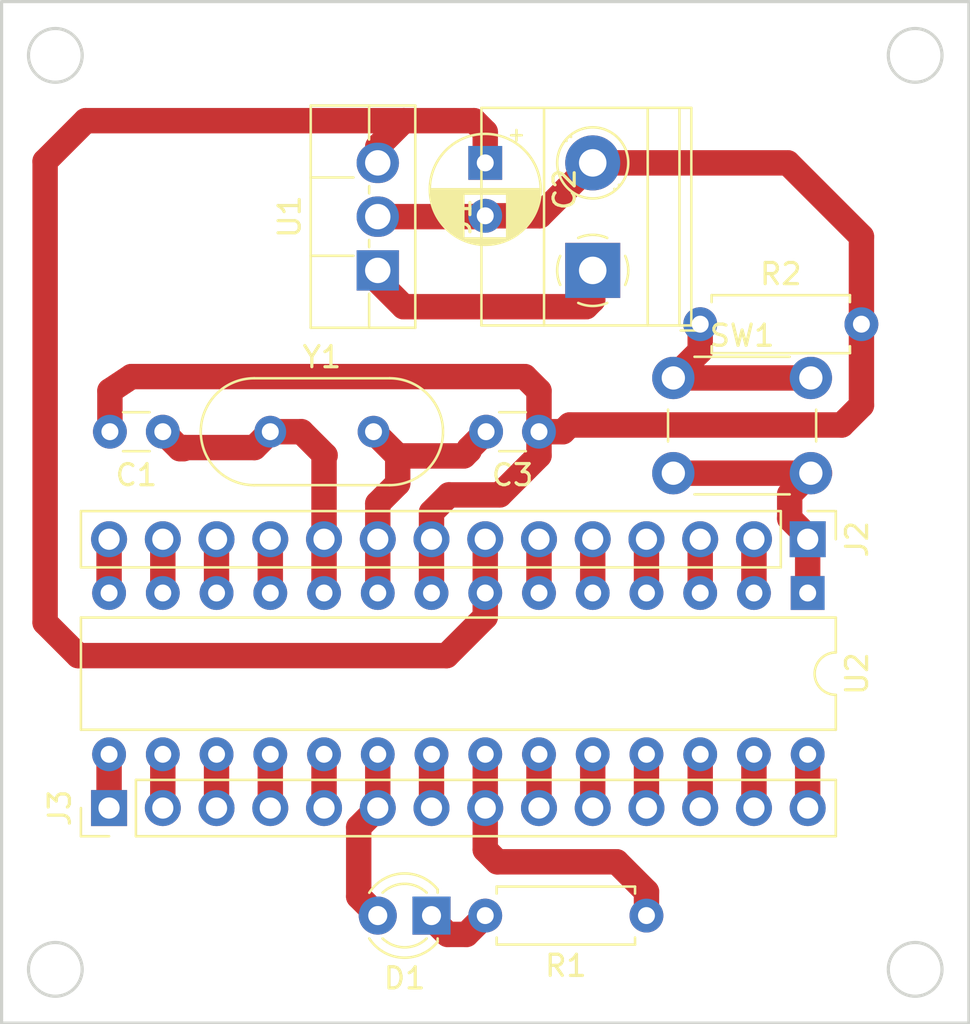
<source format=kicad_pcb>
(kicad_pcb (version 20171130) (host pcbnew 5.1.4+dfsg1-1)

  (general
    (thickness 1.6)
    (drawings 8)
    (tracks 106)
    (zones 0)
    (modules 13)
    (nets 31)
  )

  (page A4)
  (layers
    (0 F.Cu signal)
    (31 B.Cu signal)
    (32 B.Adhes user)
    (33 F.Adhes user)
    (34 B.Paste user)
    (35 F.Paste user)
    (36 B.SilkS user)
    (37 F.SilkS user)
    (38 B.Mask user)
    (39 F.Mask user)
    (40 Dwgs.User user)
    (41 Cmts.User user)
    (42 Eco1.User user)
    (43 Eco2.User user)
    (44 Edge.Cuts user)
    (45 Margin user)
    (46 B.CrtYd user)
    (47 F.CrtYd user)
    (48 B.Fab user)
    (49 F.Fab user)
  )

  (setup
    (last_trace_width 1.2)
    (user_trace_width 1.2)
    (trace_clearance 0.2)
    (zone_clearance 0.508)
    (zone_45_only no)
    (trace_min 0.2)
    (via_size 0.8)
    (via_drill 0.4)
    (via_min_size 0.4)
    (via_min_drill 0.3)
    (uvia_size 0.3)
    (uvia_drill 0.1)
    (uvias_allowed no)
    (uvia_min_size 0.2)
    (uvia_min_drill 0.1)
    (edge_width 0.15)
    (segment_width 0.2)
    (pcb_text_width 0.3)
    (pcb_text_size 1.5 1.5)
    (mod_edge_width 0.15)
    (mod_text_size 1 1)
    (mod_text_width 0.15)
    (pad_size 1.524 1.524)
    (pad_drill 0.762)
    (pad_to_mask_clearance 0.051)
    (solder_mask_min_width 0.25)
    (aux_axis_origin 0 0)
    (visible_elements FFFFFF7F)
    (pcbplotparams
      (layerselection 0x010fc_ffffffff)
      (usegerberextensions false)
      (usegerberattributes false)
      (usegerberadvancedattributes false)
      (creategerberjobfile false)
      (excludeedgelayer true)
      (linewidth 0.100000)
      (plotframeref false)
      (viasonmask false)
      (mode 1)
      (useauxorigin false)
      (hpglpennumber 1)
      (hpglpenspeed 20)
      (hpglpendiameter 15.000000)
      (psnegative false)
      (psa4output false)
      (plotreference true)
      (plotvalue true)
      (plotinvisibletext false)
      (padsonsilk false)
      (subtractmaskfromsilk false)
      (outputformat 1)
      (mirror false)
      (drillshape 1)
      (scaleselection 1)
      (outputdirectory ""))
  )

  (net 0 "")
  (net 1 "Net-(D1-Pad1)")
  (net 2 "Net-(R2-Pad1)")
  (net 3 /GND)
  (net 4 /OSC2)
  (net 5 /VCC)
  (net 6 /OSC1)
  (net 7 /AVCC)
  (net 8 /IN)
  (net 9 /RESET)
  (net 10 /RX-D0)
  (net 11 /TX-D1)
  (net 12 /D2)
  (net 13 /PWM3)
  (net 14 /D4)
  (net 15 /PWM5)
  (net 16 /PWM6)
  (net 17 /D7)
  (net 18 /D8)
  (net 19 /A5)
  (net 20 /A4)
  (net 21 /A3)
  (net 22 /A2)
  (net 23 /A1)
  (net 24 /A0)
  (net 25 /AREF)
  (net 26 /D13)
  (net 27 /D12)
  (net 28 /PWM11)
  (net 29 /PWM10)
  (net 30 /PWM9)

  (net_class Default "Esta es la clase de red por defecto."
    (clearance 0.2)
    (trace_width 0.25)
    (via_dia 0.8)
    (via_drill 0.4)
    (uvia_dia 0.3)
    (uvia_drill 0.1)
    (add_net /A0)
    (add_net /A1)
    (add_net /A2)
    (add_net /A3)
    (add_net /A4)
    (add_net /A5)
    (add_net /AREF)
    (add_net /AVCC)
    (add_net /D12)
    (add_net /D13)
    (add_net /D2)
    (add_net /D4)
    (add_net /D7)
    (add_net /D8)
    (add_net /GND)
    (add_net /IN)
    (add_net /OSC1)
    (add_net /OSC2)
    (add_net /PWM10)
    (add_net /PWM11)
    (add_net /PWM3)
    (add_net /PWM5)
    (add_net /PWM6)
    (add_net /PWM9)
    (add_net /RESET)
    (add_net /RX-D0)
    (add_net /TX-D1)
    (add_net /VCC)
    (add_net "Net-(D1-Pad1)")
    (add_net "Net-(R2-Pad1)")
  )

  (module Capacitor_THT:C_Disc_D3.0mm_W1.6mm_P2.50mm (layer F.Cu) (tedit 5AE50EF0) (tstamp 5DA120D7)
    (at 132.08 127 180)
    (descr "C, Disc series, Radial, pin pitch=2.50mm, , diameter*width=3.0*1.6mm^2, Capacitor, http://www.vishay.com/docs/45233/krseries.pdf")
    (tags "C Disc series Radial pin pitch 2.50mm  diameter 3.0mm width 1.6mm Capacitor")
    (path /5CA41876)
    (fp_text reference C1 (at 1.25 -2.05) (layer F.SilkS)
      (effects (font (size 1 1) (thickness 0.15)))
    )
    (fp_text value C (at 1.25 2.05) (layer F.Fab)
      (effects (font (size 1 1) (thickness 0.15)))
    )
    (fp_text user %R (at 1.25 0) (layer F.Fab)
      (effects (font (size 0.6 0.6) (thickness 0.09)))
    )
    (fp_line (start 3.55 -1.05) (end -1.05 -1.05) (layer F.CrtYd) (width 0.05))
    (fp_line (start 3.55 1.05) (end 3.55 -1.05) (layer F.CrtYd) (width 0.05))
    (fp_line (start -1.05 1.05) (end 3.55 1.05) (layer F.CrtYd) (width 0.05))
    (fp_line (start -1.05 -1.05) (end -1.05 1.05) (layer F.CrtYd) (width 0.05))
    (fp_line (start 0.621 0.92) (end 1.879 0.92) (layer F.SilkS) (width 0.12))
    (fp_line (start 0.621 -0.92) (end 1.879 -0.92) (layer F.SilkS) (width 0.12))
    (fp_line (start 2.75 -0.8) (end -0.25 -0.8) (layer F.Fab) (width 0.1))
    (fp_line (start 2.75 0.8) (end 2.75 -0.8) (layer F.Fab) (width 0.1))
    (fp_line (start -0.25 0.8) (end 2.75 0.8) (layer F.Fab) (width 0.1))
    (fp_line (start -0.25 -0.8) (end -0.25 0.8) (layer F.Fab) (width 0.1))
    (pad 2 thru_hole circle (at 2.5 0 180) (size 1.6 1.6) (drill 0.8) (layers *.Cu *.Mask)
      (net 3 /GND))
    (pad 1 thru_hole circle (at 0 0 180) (size 1.6 1.6) (drill 0.8) (layers *.Cu *.Mask)
      (net 4 /OSC2))
    (model ${KISYS3DMOD}/Capacitor_THT.3dshapes/C_Disc_D3.0mm_W1.6mm_P2.50mm.wrl
      (at (xyz 0 0 0))
      (scale (xyz 1 1 1))
      (rotate (xyz 0 0 0))
    )
  )

  (module Capacitor_THT:C_Disc_D3.0mm_W1.6mm_P2.50mm (layer F.Cu) (tedit 5AE50EF0) (tstamp 5DA12815)
    (at 149.86 127 180)
    (descr "C, Disc series, Radial, pin pitch=2.50mm, , diameter*width=3.0*1.6mm^2, Capacitor, http://www.vishay.com/docs/45233/krseries.pdf")
    (tags "C Disc series Radial pin pitch 2.50mm  diameter 3.0mm width 1.6mm Capacitor")
    (path /5CA4179D)
    (fp_text reference C3 (at 1.25 -2.05) (layer F.SilkS)
      (effects (font (size 1 1) (thickness 0.15)))
    )
    (fp_text value C (at 1.25 2.05) (layer F.Fab)
      (effects (font (size 1 1) (thickness 0.15)))
    )
    (fp_text user %R (at 1.25 0) (layer F.Fab)
      (effects (font (size 0.6 0.6) (thickness 0.09)))
    )
    (fp_line (start 3.55 -1.05) (end -1.05 -1.05) (layer F.CrtYd) (width 0.05))
    (fp_line (start 3.55 1.05) (end 3.55 -1.05) (layer F.CrtYd) (width 0.05))
    (fp_line (start -1.05 1.05) (end 3.55 1.05) (layer F.CrtYd) (width 0.05))
    (fp_line (start -1.05 -1.05) (end -1.05 1.05) (layer F.CrtYd) (width 0.05))
    (fp_line (start 0.621 0.92) (end 1.879 0.92) (layer F.SilkS) (width 0.12))
    (fp_line (start 0.621 -0.92) (end 1.879 -0.92) (layer F.SilkS) (width 0.12))
    (fp_line (start 2.75 -0.8) (end -0.25 -0.8) (layer F.Fab) (width 0.1))
    (fp_line (start 2.75 0.8) (end 2.75 -0.8) (layer F.Fab) (width 0.1))
    (fp_line (start -0.25 0.8) (end 2.75 0.8) (layer F.Fab) (width 0.1))
    (fp_line (start -0.25 -0.8) (end -0.25 0.8) (layer F.Fab) (width 0.1))
    (pad 2 thru_hole circle (at 2.5 0 180) (size 1.6 1.6) (drill 0.8) (layers *.Cu *.Mask)
      (net 6 /OSC1))
    (pad 1 thru_hole circle (at 0 0 180) (size 1.6 1.6) (drill 0.8) (layers *.Cu *.Mask)
      (net 3 /GND))
    (model ${KISYS3DMOD}/Capacitor_THT.3dshapes/C_Disc_D3.0mm_W1.6mm_P2.50mm.wrl
      (at (xyz 0 0 0))
      (scale (xyz 1 1 1))
      (rotate (xyz 0 0 0))
    )
  )

  (module LED_THT:LED_D3.0mm (layer F.Cu) (tedit 587A3A7B) (tstamp 5DA127E1)
    (at 144.78 149.86 180)
    (descr "LED, diameter 3.0mm, 2 pins")
    (tags "LED diameter 3.0mm 2 pins")
    (path /5CA41E52)
    (fp_text reference D1 (at 1.27 -2.96) (layer F.SilkS)
      (effects (font (size 1 1) (thickness 0.15)))
    )
    (fp_text value LED (at 1.27 2.96) (layer F.Fab)
      (effects (font (size 1 1) (thickness 0.15)))
    )
    (fp_line (start 3.7 -2.25) (end -1.15 -2.25) (layer F.CrtYd) (width 0.05))
    (fp_line (start 3.7 2.25) (end 3.7 -2.25) (layer F.CrtYd) (width 0.05))
    (fp_line (start -1.15 2.25) (end 3.7 2.25) (layer F.CrtYd) (width 0.05))
    (fp_line (start -1.15 -2.25) (end -1.15 2.25) (layer F.CrtYd) (width 0.05))
    (fp_line (start -0.29 1.08) (end -0.29 1.236) (layer F.SilkS) (width 0.12))
    (fp_line (start -0.29 -1.236) (end -0.29 -1.08) (layer F.SilkS) (width 0.12))
    (fp_line (start -0.23 -1.16619) (end -0.23 1.16619) (layer F.Fab) (width 0.1))
    (fp_circle (center 1.27 0) (end 2.77 0) (layer F.Fab) (width 0.1))
    (fp_arc (start 1.27 0) (end 0.229039 1.08) (angle -87.9) (layer F.SilkS) (width 0.12))
    (fp_arc (start 1.27 0) (end 0.229039 -1.08) (angle 87.9) (layer F.SilkS) (width 0.12))
    (fp_arc (start 1.27 0) (end -0.29 1.235516) (angle -108.8) (layer F.SilkS) (width 0.12))
    (fp_arc (start 1.27 0) (end -0.29 -1.235516) (angle 108.8) (layer F.SilkS) (width 0.12))
    (fp_arc (start 1.27 0) (end -0.23 -1.16619) (angle 284.3) (layer F.Fab) (width 0.1))
    (pad 2 thru_hole circle (at 2.54 0 180) (size 1.8 1.8) (drill 0.9) (layers *.Cu *.Mask)
      (net 7 /AVCC))
    (pad 1 thru_hole rect (at 0 0 180) (size 1.8 1.8) (drill 0.9) (layers *.Cu *.Mask)
      (net 1 "Net-(D1-Pad1)"))
    (model ${KISYS3DMOD}/LED_THT.3dshapes/LED_D3.0mm.wrl
      (at (xyz 0 0 0))
      (scale (xyz 1 1 1))
      (rotate (xyz 0 0 0))
    )
  )

  (module TerminalBlock_Phoenix:TerminalBlock_Phoenix_MKDS-1,5-2-5.08_1x02_P5.08mm_Horizontal (layer F.Cu) (tedit 5B294EBC) (tstamp 5DA12779)
    (at 152.4 119.38 90)
    (descr "Terminal Block Phoenix MKDS-1,5-2-5.08, 2 pins, pitch 5.08mm, size 10.2x9.8mm^2, drill diamater 1.3mm, pad diameter 2.6mm, see http://www.farnell.com/datasheets/100425.pdf, script-generated using https://github.com/pointhi/kicad-footprint-generator/scripts/TerminalBlock_Phoenix")
    (tags "THT Terminal Block Phoenix MKDS-1,5-2-5.08 pitch 5.08mm size 10.2x9.8mm^2 drill 1.3mm pad 2.6mm")
    (path /5CA432EC)
    (fp_text reference J1 (at 2.54 -6.26 90) (layer F.SilkS)
      (effects (font (size 1 1) (thickness 0.15)))
    )
    (fp_text value Screw_Terminal_01x02 (at 2.54 5.66 90) (layer F.Fab)
      (effects (font (size 1 1) (thickness 0.15)))
    )
    (fp_text user %R (at 2.54 3.2 90) (layer F.Fab)
      (effects (font (size 1 1) (thickness 0.15)))
    )
    (fp_line (start 8.13 -5.71) (end -3.04 -5.71) (layer F.CrtYd) (width 0.05))
    (fp_line (start 8.13 5.1) (end 8.13 -5.71) (layer F.CrtYd) (width 0.05))
    (fp_line (start -3.04 5.1) (end 8.13 5.1) (layer F.CrtYd) (width 0.05))
    (fp_line (start -3.04 -5.71) (end -3.04 5.1) (layer F.CrtYd) (width 0.05))
    (fp_line (start -2.84 4.9) (end -2.34 4.9) (layer F.SilkS) (width 0.12))
    (fp_line (start -2.84 4.16) (end -2.84 4.9) (layer F.SilkS) (width 0.12))
    (fp_line (start 3.853 1.023) (end 3.806 1.069) (layer F.SilkS) (width 0.12))
    (fp_line (start 6.15 -1.275) (end 6.115 -1.239) (layer F.SilkS) (width 0.12))
    (fp_line (start 4.046 1.239) (end 4.011 1.274) (layer F.SilkS) (width 0.12))
    (fp_line (start 6.355 -1.069) (end 6.308 -1.023) (layer F.SilkS) (width 0.12))
    (fp_line (start 6.035 -1.138) (end 3.943 0.955) (layer F.Fab) (width 0.1))
    (fp_line (start 6.218 -0.955) (end 4.126 1.138) (layer F.Fab) (width 0.1))
    (fp_line (start 0.955 -1.138) (end -1.138 0.955) (layer F.Fab) (width 0.1))
    (fp_line (start 1.138 -0.955) (end -0.955 1.138) (layer F.Fab) (width 0.1))
    (fp_line (start 7.68 -5.261) (end 7.68 4.66) (layer F.SilkS) (width 0.12))
    (fp_line (start -2.6 -5.261) (end -2.6 4.66) (layer F.SilkS) (width 0.12))
    (fp_line (start -2.6 4.66) (end 7.68 4.66) (layer F.SilkS) (width 0.12))
    (fp_line (start -2.6 -5.261) (end 7.68 -5.261) (layer F.SilkS) (width 0.12))
    (fp_line (start -2.6 -2.301) (end 7.68 -2.301) (layer F.SilkS) (width 0.12))
    (fp_line (start -2.54 -2.3) (end 7.62 -2.3) (layer F.Fab) (width 0.1))
    (fp_line (start -2.6 2.6) (end 7.68 2.6) (layer F.SilkS) (width 0.12))
    (fp_line (start -2.54 2.6) (end 7.62 2.6) (layer F.Fab) (width 0.1))
    (fp_line (start -2.6 4.1) (end 7.68 4.1) (layer F.SilkS) (width 0.12))
    (fp_line (start -2.54 4.1) (end 7.62 4.1) (layer F.Fab) (width 0.1))
    (fp_line (start -2.54 4.1) (end -2.54 -5.2) (layer F.Fab) (width 0.1))
    (fp_line (start -2.04 4.6) (end -2.54 4.1) (layer F.Fab) (width 0.1))
    (fp_line (start 7.62 4.6) (end -2.04 4.6) (layer F.Fab) (width 0.1))
    (fp_line (start 7.62 -5.2) (end 7.62 4.6) (layer F.Fab) (width 0.1))
    (fp_line (start -2.54 -5.2) (end 7.62 -5.2) (layer F.Fab) (width 0.1))
    (fp_circle (center 5.08 0) (end 6.76 0) (layer F.SilkS) (width 0.12))
    (fp_circle (center 5.08 0) (end 6.58 0) (layer F.Fab) (width 0.1))
    (fp_circle (center 0 0) (end 1.5 0) (layer F.Fab) (width 0.1))
    (fp_arc (start 0 0) (end -0.684 1.535) (angle -25) (layer F.SilkS) (width 0.12))
    (fp_arc (start 0 0) (end -1.535 -0.684) (angle -48) (layer F.SilkS) (width 0.12))
    (fp_arc (start 0 0) (end 0.684 -1.535) (angle -48) (layer F.SilkS) (width 0.12))
    (fp_arc (start 0 0) (end 1.535 0.684) (angle -48) (layer F.SilkS) (width 0.12))
    (fp_arc (start 0 0) (end 0 1.68) (angle -24) (layer F.SilkS) (width 0.12))
    (pad 2 thru_hole circle (at 5.08 0 90) (size 2.6 2.6) (drill 1.3) (layers *.Cu *.Mask)
      (net 3 /GND))
    (pad 1 thru_hole rect (at 0 0 90) (size 2.6 2.6) (drill 1.3) (layers *.Cu *.Mask)
      (net 8 /IN))
    (model ${KISYS3DMOD}/TerminalBlock_Phoenix.3dshapes/TerminalBlock_Phoenix_MKDS-1,5-2-5.08_1x02_P5.08mm_Horizontal.wrl
      (at (xyz 0 0 0))
      (scale (xyz 1 1 1))
      (rotate (xyz 0 0 0))
    )
  )

  (module Connector_PinHeader_2.54mm:PinHeader_1x14_P2.54mm_Vertical (layer F.Cu) (tedit 59FED5CC) (tstamp 5DA12C9A)
    (at 162.56 132.08 270)
    (descr "Through hole straight pin header, 1x14, 2.54mm pitch, single row")
    (tags "Through hole pin header THT 1x14 2.54mm single row")
    (path /5DA1B84C)
    (fp_text reference J2 (at 0 -2.33 90) (layer F.SilkS)
      (effects (font (size 1 1) (thickness 0.15)))
    )
    (fp_text value Conn_01x14_Female (at 0 35.35 90) (layer F.Fab)
      (effects (font (size 1 1) (thickness 0.15)))
    )
    (fp_text user %R (at 0 16.51) (layer F.Fab)
      (effects (font (size 1 1) (thickness 0.15)))
    )
    (fp_line (start 1.8 -1.8) (end -1.8 -1.8) (layer F.CrtYd) (width 0.05))
    (fp_line (start 1.8 34.8) (end 1.8 -1.8) (layer F.CrtYd) (width 0.05))
    (fp_line (start -1.8 34.8) (end 1.8 34.8) (layer F.CrtYd) (width 0.05))
    (fp_line (start -1.8 -1.8) (end -1.8 34.8) (layer F.CrtYd) (width 0.05))
    (fp_line (start -1.33 -1.33) (end 0 -1.33) (layer F.SilkS) (width 0.12))
    (fp_line (start -1.33 0) (end -1.33 -1.33) (layer F.SilkS) (width 0.12))
    (fp_line (start -1.33 1.27) (end 1.33 1.27) (layer F.SilkS) (width 0.12))
    (fp_line (start 1.33 1.27) (end 1.33 34.35) (layer F.SilkS) (width 0.12))
    (fp_line (start -1.33 1.27) (end -1.33 34.35) (layer F.SilkS) (width 0.12))
    (fp_line (start -1.33 34.35) (end 1.33 34.35) (layer F.SilkS) (width 0.12))
    (fp_line (start -1.27 -0.635) (end -0.635 -1.27) (layer F.Fab) (width 0.1))
    (fp_line (start -1.27 34.29) (end -1.27 -0.635) (layer F.Fab) (width 0.1))
    (fp_line (start 1.27 34.29) (end -1.27 34.29) (layer F.Fab) (width 0.1))
    (fp_line (start 1.27 -1.27) (end 1.27 34.29) (layer F.Fab) (width 0.1))
    (fp_line (start -0.635 -1.27) (end 1.27 -1.27) (layer F.Fab) (width 0.1))
    (pad 14 thru_hole oval (at 0 33.02 270) (size 1.7 1.7) (drill 1) (layers *.Cu *.Mask)
      (net 18 /D8))
    (pad 13 thru_hole oval (at 0 30.48 270) (size 1.7 1.7) (drill 1) (layers *.Cu *.Mask)
      (net 17 /D7))
    (pad 12 thru_hole oval (at 0 27.94 270) (size 1.7 1.7) (drill 1) (layers *.Cu *.Mask)
      (net 16 /PWM6))
    (pad 11 thru_hole oval (at 0 25.4 270) (size 1.7 1.7) (drill 1) (layers *.Cu *.Mask)
      (net 15 /PWM5))
    (pad 10 thru_hole oval (at 0 22.86 270) (size 1.7 1.7) (drill 1) (layers *.Cu *.Mask)
      (net 4 /OSC2))
    (pad 9 thru_hole oval (at 0 20.32 270) (size 1.7 1.7) (drill 1) (layers *.Cu *.Mask)
      (net 6 /OSC1))
    (pad 8 thru_hole oval (at 0 17.78 270) (size 1.7 1.7) (drill 1) (layers *.Cu *.Mask)
      (net 3 /GND))
    (pad 7 thru_hole oval (at 0 15.24 270) (size 1.7 1.7) (drill 1) (layers *.Cu *.Mask)
      (net 5 /VCC))
    (pad 6 thru_hole oval (at 0 12.7 270) (size 1.7 1.7) (drill 1) (layers *.Cu *.Mask)
      (net 14 /D4))
    (pad 5 thru_hole oval (at 0 10.16 270) (size 1.7 1.7) (drill 1) (layers *.Cu *.Mask)
      (net 13 /PWM3))
    (pad 4 thru_hole oval (at 0 7.62 270) (size 1.7 1.7) (drill 1) (layers *.Cu *.Mask)
      (net 12 /D2))
    (pad 3 thru_hole oval (at 0 5.08 270) (size 1.7 1.7) (drill 1) (layers *.Cu *.Mask)
      (net 11 /TX-D1))
    (pad 2 thru_hole oval (at 0 2.54 270) (size 1.7 1.7) (drill 1) (layers *.Cu *.Mask)
      (net 10 /RX-D0))
    (pad 1 thru_hole rect (at 0 0 270) (size 1.7 1.7) (drill 1) (layers *.Cu *.Mask)
      (net 9 /RESET))
    (model ${KISYS3DMOD}/Connector_PinHeader_2.54mm.3dshapes/PinHeader_1x14_P2.54mm_Vertical.wrl
      (at (xyz 0 0 0))
      (scale (xyz 1 1 1))
      (rotate (xyz 0 0 0))
    )
  )

  (module Connector_PinHeader_2.54mm:PinHeader_1x14_P2.54mm_Vertical (layer F.Cu) (tedit 59FED5CC) (tstamp 5DA126A9)
    (at 129.54 144.78 90)
    (descr "Through hole straight pin header, 1x14, 2.54mm pitch, single row")
    (tags "Through hole pin header THT 1x14 2.54mm single row")
    (path /5DA1F4D3)
    (fp_text reference J3 (at 0 -2.33 90) (layer F.SilkS)
      (effects (font (size 1 1) (thickness 0.15)))
    )
    (fp_text value Conn_01x14_Female (at 0 35.35 90) (layer F.Fab)
      (effects (font (size 1 1) (thickness 0.15)))
    )
    (fp_text user %R (at 0 16.51) (layer F.Fab)
      (effects (font (size 1 1) (thickness 0.15)))
    )
    (fp_line (start 1.8 -1.8) (end -1.8 -1.8) (layer F.CrtYd) (width 0.05))
    (fp_line (start 1.8 34.8) (end 1.8 -1.8) (layer F.CrtYd) (width 0.05))
    (fp_line (start -1.8 34.8) (end 1.8 34.8) (layer F.CrtYd) (width 0.05))
    (fp_line (start -1.8 -1.8) (end -1.8 34.8) (layer F.CrtYd) (width 0.05))
    (fp_line (start -1.33 -1.33) (end 0 -1.33) (layer F.SilkS) (width 0.12))
    (fp_line (start -1.33 0) (end -1.33 -1.33) (layer F.SilkS) (width 0.12))
    (fp_line (start -1.33 1.27) (end 1.33 1.27) (layer F.SilkS) (width 0.12))
    (fp_line (start 1.33 1.27) (end 1.33 34.35) (layer F.SilkS) (width 0.12))
    (fp_line (start -1.33 1.27) (end -1.33 34.35) (layer F.SilkS) (width 0.12))
    (fp_line (start -1.33 34.35) (end 1.33 34.35) (layer F.SilkS) (width 0.12))
    (fp_line (start -1.27 -0.635) (end -0.635 -1.27) (layer F.Fab) (width 0.1))
    (fp_line (start -1.27 34.29) (end -1.27 -0.635) (layer F.Fab) (width 0.1))
    (fp_line (start 1.27 34.29) (end -1.27 34.29) (layer F.Fab) (width 0.1))
    (fp_line (start 1.27 -1.27) (end 1.27 34.29) (layer F.Fab) (width 0.1))
    (fp_line (start -0.635 -1.27) (end 1.27 -1.27) (layer F.Fab) (width 0.1))
    (pad 14 thru_hole oval (at 0 33.02 90) (size 1.7 1.7) (drill 1) (layers *.Cu *.Mask)
      (net 19 /A5))
    (pad 13 thru_hole oval (at 0 30.48 90) (size 1.7 1.7) (drill 1) (layers *.Cu *.Mask)
      (net 20 /A4))
    (pad 12 thru_hole oval (at 0 27.94 90) (size 1.7 1.7) (drill 1) (layers *.Cu *.Mask)
      (net 21 /A3))
    (pad 11 thru_hole oval (at 0 25.4 90) (size 1.7 1.7) (drill 1) (layers *.Cu *.Mask)
      (net 22 /A2))
    (pad 10 thru_hole oval (at 0 22.86 90) (size 1.7 1.7) (drill 1) (layers *.Cu *.Mask)
      (net 23 /A1))
    (pad 9 thru_hole oval (at 0 20.32 90) (size 1.7 1.7) (drill 1) (layers *.Cu *.Mask)
      (net 24 /A0))
    (pad 8 thru_hole oval (at 0 17.78 90) (size 1.7 1.7) (drill 1) (layers *.Cu *.Mask)
      (net 3 /GND))
    (pad 7 thru_hole oval (at 0 15.24 90) (size 1.7 1.7) (drill 1) (layers *.Cu *.Mask)
      (net 25 /AREF))
    (pad 6 thru_hole oval (at 0 12.7 90) (size 1.7 1.7) (drill 1) (layers *.Cu *.Mask)
      (net 7 /AVCC))
    (pad 5 thru_hole oval (at 0 10.16 90) (size 1.7 1.7) (drill 1) (layers *.Cu *.Mask)
      (net 26 /D13))
    (pad 4 thru_hole oval (at 0 7.62 90) (size 1.7 1.7) (drill 1) (layers *.Cu *.Mask)
      (net 27 /D12))
    (pad 3 thru_hole oval (at 0 5.08 90) (size 1.7 1.7) (drill 1) (layers *.Cu *.Mask)
      (net 28 /PWM11))
    (pad 2 thru_hole oval (at 0 2.54 90) (size 1.7 1.7) (drill 1) (layers *.Cu *.Mask)
      (net 29 /PWM10))
    (pad 1 thru_hole rect (at 0 0 90) (size 1.7 1.7) (drill 1) (layers *.Cu *.Mask)
      (net 30 /PWM9))
    (model ${KISYS3DMOD}/Connector_PinHeader_2.54mm.3dshapes/PinHeader_1x14_P2.54mm_Vertical.wrl
      (at (xyz 0 0 0))
      (scale (xyz 1 1 1))
      (rotate (xyz 0 0 0))
    )
  )

  (module Resistor_THT:R_Axial_DIN0207_L6.3mm_D2.5mm_P7.62mm_Horizontal (layer F.Cu) (tedit 5AE5139B) (tstamp 5DA12E29)
    (at 154.94 149.86 180)
    (descr "Resistor, Axial_DIN0207 series, Axial, Horizontal, pin pitch=7.62mm, 0.25W = 1/4W, length*diameter=6.3*2.5mm^2, http://cdn-reichelt.de/documents/datenblatt/B400/1_4W%23YAG.pdf")
    (tags "Resistor Axial_DIN0207 series Axial Horizontal pin pitch 7.62mm 0.25W = 1/4W length 6.3mm diameter 2.5mm")
    (path /5CA41D58)
    (fp_text reference R1 (at 3.81 -2.37) (layer F.SilkS)
      (effects (font (size 1 1) (thickness 0.15)))
    )
    (fp_text value 220 (at 3.81 2.37) (layer F.Fab)
      (effects (font (size 1 1) (thickness 0.15)))
    )
    (fp_text user %R (at 3.81 0) (layer F.Fab)
      (effects (font (size 1 1) (thickness 0.15)))
    )
    (fp_line (start 8.67 -1.5) (end -1.05 -1.5) (layer F.CrtYd) (width 0.05))
    (fp_line (start 8.67 1.5) (end 8.67 -1.5) (layer F.CrtYd) (width 0.05))
    (fp_line (start -1.05 1.5) (end 8.67 1.5) (layer F.CrtYd) (width 0.05))
    (fp_line (start -1.05 -1.5) (end -1.05 1.5) (layer F.CrtYd) (width 0.05))
    (fp_line (start 7.08 1.37) (end 7.08 1.04) (layer F.SilkS) (width 0.12))
    (fp_line (start 0.54 1.37) (end 7.08 1.37) (layer F.SilkS) (width 0.12))
    (fp_line (start 0.54 1.04) (end 0.54 1.37) (layer F.SilkS) (width 0.12))
    (fp_line (start 7.08 -1.37) (end 7.08 -1.04) (layer F.SilkS) (width 0.12))
    (fp_line (start 0.54 -1.37) (end 7.08 -1.37) (layer F.SilkS) (width 0.12))
    (fp_line (start 0.54 -1.04) (end 0.54 -1.37) (layer F.SilkS) (width 0.12))
    (fp_line (start 7.62 0) (end 6.96 0) (layer F.Fab) (width 0.1))
    (fp_line (start 0 0) (end 0.66 0) (layer F.Fab) (width 0.1))
    (fp_line (start 6.96 -1.25) (end 0.66 -1.25) (layer F.Fab) (width 0.1))
    (fp_line (start 6.96 1.25) (end 6.96 -1.25) (layer F.Fab) (width 0.1))
    (fp_line (start 0.66 1.25) (end 6.96 1.25) (layer F.Fab) (width 0.1))
    (fp_line (start 0.66 -1.25) (end 0.66 1.25) (layer F.Fab) (width 0.1))
    (pad 2 thru_hole oval (at 7.62 0 180) (size 1.6 1.6) (drill 0.8) (layers *.Cu *.Mask)
      (net 1 "Net-(D1-Pad1)"))
    (pad 1 thru_hole circle (at 0 0 180) (size 1.6 1.6) (drill 0.8) (layers *.Cu *.Mask)
      (net 3 /GND))
    (model ${KISYS3DMOD}/Resistor_THT.3dshapes/R_Axial_DIN0207_L6.3mm_D2.5mm_P7.62mm_Horizontal.wrl
      (at (xyz 0 0 0))
      (scale (xyz 1 1 1))
      (rotate (xyz 0 0 0))
    )
  )

  (module Resistor_THT:R_Axial_DIN0207_L6.3mm_D2.5mm_P7.62mm_Horizontal (layer F.Cu) (tedit 5AE5139B) (tstamp 5DA12AEE)
    (at 157.48 121.92)
    (descr "Resistor, Axial_DIN0207 series, Axial, Horizontal, pin pitch=7.62mm, 0.25W = 1/4W, length*diameter=6.3*2.5mm^2, http://cdn-reichelt.de/documents/datenblatt/B400/1_4W%23YAG.pdf")
    (tags "Resistor Axial_DIN0207 series Axial Horizontal pin pitch 7.62mm 0.25W = 1/4W length 6.3mm diameter 2.5mm")
    (path /5CA41BDB)
    (fp_text reference R2 (at 3.81 -2.37) (layer F.SilkS)
      (effects (font (size 1 1) (thickness 0.15)))
    )
    (fp_text value 10K (at 3.81 2.37) (layer F.Fab)
      (effects (font (size 1 1) (thickness 0.15)))
    )
    (fp_text user %R (at 3.81 0) (layer F.Fab)
      (effects (font (size 1 1) (thickness 0.15)))
    )
    (fp_line (start 8.67 -1.5) (end -1.05 -1.5) (layer F.CrtYd) (width 0.05))
    (fp_line (start 8.67 1.5) (end 8.67 -1.5) (layer F.CrtYd) (width 0.05))
    (fp_line (start -1.05 1.5) (end 8.67 1.5) (layer F.CrtYd) (width 0.05))
    (fp_line (start -1.05 -1.5) (end -1.05 1.5) (layer F.CrtYd) (width 0.05))
    (fp_line (start 7.08 1.37) (end 7.08 1.04) (layer F.SilkS) (width 0.12))
    (fp_line (start 0.54 1.37) (end 7.08 1.37) (layer F.SilkS) (width 0.12))
    (fp_line (start 0.54 1.04) (end 0.54 1.37) (layer F.SilkS) (width 0.12))
    (fp_line (start 7.08 -1.37) (end 7.08 -1.04) (layer F.SilkS) (width 0.12))
    (fp_line (start 0.54 -1.37) (end 7.08 -1.37) (layer F.SilkS) (width 0.12))
    (fp_line (start 0.54 -1.04) (end 0.54 -1.37) (layer F.SilkS) (width 0.12))
    (fp_line (start 7.62 0) (end 6.96 0) (layer F.Fab) (width 0.1))
    (fp_line (start 0 0) (end 0.66 0) (layer F.Fab) (width 0.1))
    (fp_line (start 6.96 -1.25) (end 0.66 -1.25) (layer F.Fab) (width 0.1))
    (fp_line (start 6.96 1.25) (end 6.96 -1.25) (layer F.Fab) (width 0.1))
    (fp_line (start 0.66 1.25) (end 6.96 1.25) (layer F.Fab) (width 0.1))
    (fp_line (start 0.66 -1.25) (end 0.66 1.25) (layer F.Fab) (width 0.1))
    (pad 2 thru_hole oval (at 7.62 0) (size 1.6 1.6) (drill 0.8) (layers *.Cu *.Mask)
      (net 3 /GND))
    (pad 1 thru_hole circle (at 0 0) (size 1.6 1.6) (drill 0.8) (layers *.Cu *.Mask)
      (net 2 "Net-(R2-Pad1)"))
    (model ${KISYS3DMOD}/Resistor_THT.3dshapes/R_Axial_DIN0207_L6.3mm_D2.5mm_P7.62mm_Horizontal.wrl
      (at (xyz 0 0 0))
      (scale (xyz 1 1 1))
      (rotate (xyz 0 0 0))
    )
  )

  (module Package_TO_SOT_THT:TO-220F-3_Vertical (layer F.Cu) (tedit 5AC8BA0D) (tstamp 5DA12650)
    (at 142.24 119.38 90)
    (descr "TO-220F-3, Vertical, RM 2.54mm, see http://www.st.com/resource/en/datasheet/stp20nm60.pdf")
    (tags "TO-220F-3 Vertical RM 2.54mm")
    (path /5CA41170)
    (fp_text reference U1 (at 2.54 -4.1675 90) (layer F.SilkS)
      (effects (font (size 1 1) (thickness 0.15)))
    )
    (fp_text value L7805 (at 2.54 2.9025 90) (layer F.Fab)
      (effects (font (size 1 1) (thickness 0.15)))
    )
    (fp_text user %R (at 2.54 -4.1675 90) (layer F.Fab)
      (effects (font (size 1 1) (thickness 0.15)))
    )
    (fp_line (start 7.92 -3.3) (end -2.84 -3.3) (layer F.CrtYd) (width 0.05))
    (fp_line (start 7.92 1.91) (end 7.92 -3.3) (layer F.CrtYd) (width 0.05))
    (fp_line (start -2.84 1.91) (end 7.92 1.91) (layer F.CrtYd) (width 0.05))
    (fp_line (start -2.84 -3.3) (end -2.84 1.91) (layer F.CrtYd) (width 0.05))
    (fp_line (start 4.391 -3.168) (end 4.391 -1.15) (layer F.SilkS) (width 0.12))
    (fp_line (start 0.69 -3.168) (end 0.69 -1.15) (layer F.SilkS) (width 0.12))
    (fp_line (start 6.183 -0.408) (end 7.79 -0.408) (layer F.SilkS) (width 0.12))
    (fp_line (start 3.643 -0.408) (end 3.978 -0.408) (layer F.SilkS) (width 0.12))
    (fp_line (start 1.103 -0.408) (end 1.438 -0.408) (layer F.SilkS) (width 0.12))
    (fp_line (start -2.71 -0.408) (end -1.103 -0.408) (layer F.SilkS) (width 0.12))
    (fp_line (start 7.79 -3.168) (end 7.79 1.773) (layer F.SilkS) (width 0.12))
    (fp_line (start -2.71 -3.168) (end -2.71 1.773) (layer F.SilkS) (width 0.12))
    (fp_line (start -2.71 1.773) (end 7.79 1.773) (layer F.SilkS) (width 0.12))
    (fp_line (start -2.71 -3.168) (end 7.79 -3.168) (layer F.SilkS) (width 0.12))
    (fp_line (start 4.39 -3.0475) (end 4.39 -0.5275) (layer F.Fab) (width 0.1))
    (fp_line (start 0.69 -3.0475) (end 0.69 -0.5275) (layer F.Fab) (width 0.1))
    (fp_line (start -2.59 -0.5275) (end 7.67 -0.5275) (layer F.Fab) (width 0.1))
    (fp_line (start 7.67 -3.0475) (end -2.59 -3.0475) (layer F.Fab) (width 0.1))
    (fp_line (start 7.67 1.6525) (end 7.67 -3.0475) (layer F.Fab) (width 0.1))
    (fp_line (start -2.59 1.6525) (end 7.67 1.6525) (layer F.Fab) (width 0.1))
    (fp_line (start -2.59 -3.0475) (end -2.59 1.6525) (layer F.Fab) (width 0.1))
    (pad 3 thru_hole oval (at 5.08 0 90) (size 1.905 2) (drill 1.2) (layers *.Cu *.Mask)
      (net 5 /VCC))
    (pad 2 thru_hole oval (at 2.54 0 90) (size 1.905 2) (drill 1.2) (layers *.Cu *.Mask)
      (net 3 /GND))
    (pad 1 thru_hole rect (at 0 0 90) (size 1.905 2) (drill 1.2) (layers *.Cu *.Mask)
      (net 8 /IN))
    (model ${KISYS3DMOD}/Package_TO_SOT_THT.3dshapes/TO-220F-3_Vertical.wrl
      (at (xyz 0 0 0))
      (scale (xyz 1 1 1))
      (rotate (xyz 0 0 0))
    )
  )

  (module Package_DIP:DIP-28_W7.62mm (layer F.Cu) (tedit 5A02E8C5) (tstamp 5DA125D6)
    (at 162.56 134.62 270)
    (descr "28-lead though-hole mounted DIP package, row spacing 7.62 mm (300 mils)")
    (tags "THT DIP DIL PDIP 2.54mm 7.62mm 300mil")
    (path /5CA41266)
    (fp_text reference U2 (at 3.81 -2.33 90) (layer F.SilkS)
      (effects (font (size 1 1) (thickness 0.15)))
    )
    (fp_text value ATmega328-PU (at 3.81 35.35 90) (layer F.Fab)
      (effects (font (size 1 1) (thickness 0.15)))
    )
    (fp_text user %R (at 3.81 16.51 90) (layer F.Fab)
      (effects (font (size 1 1) (thickness 0.15)))
    )
    (fp_line (start 8.7 -1.55) (end -1.1 -1.55) (layer F.CrtYd) (width 0.05))
    (fp_line (start 8.7 34.55) (end 8.7 -1.55) (layer F.CrtYd) (width 0.05))
    (fp_line (start -1.1 34.55) (end 8.7 34.55) (layer F.CrtYd) (width 0.05))
    (fp_line (start -1.1 -1.55) (end -1.1 34.55) (layer F.CrtYd) (width 0.05))
    (fp_line (start 6.46 -1.33) (end 4.81 -1.33) (layer F.SilkS) (width 0.12))
    (fp_line (start 6.46 34.35) (end 6.46 -1.33) (layer F.SilkS) (width 0.12))
    (fp_line (start 1.16 34.35) (end 6.46 34.35) (layer F.SilkS) (width 0.12))
    (fp_line (start 1.16 -1.33) (end 1.16 34.35) (layer F.SilkS) (width 0.12))
    (fp_line (start 2.81 -1.33) (end 1.16 -1.33) (layer F.SilkS) (width 0.12))
    (fp_line (start 0.635 -0.27) (end 1.635 -1.27) (layer F.Fab) (width 0.1))
    (fp_line (start 0.635 34.29) (end 0.635 -0.27) (layer F.Fab) (width 0.1))
    (fp_line (start 6.985 34.29) (end 0.635 34.29) (layer F.Fab) (width 0.1))
    (fp_line (start 6.985 -1.27) (end 6.985 34.29) (layer F.Fab) (width 0.1))
    (fp_line (start 1.635 -1.27) (end 6.985 -1.27) (layer F.Fab) (width 0.1))
    (fp_arc (start 3.81 -1.33) (end 2.81 -1.33) (angle -180) (layer F.SilkS) (width 0.12))
    (pad 28 thru_hole oval (at 7.62 0 270) (size 1.6 1.6) (drill 0.8) (layers *.Cu *.Mask)
      (net 19 /A5))
    (pad 14 thru_hole oval (at 0 33.02 270) (size 1.6 1.6) (drill 0.8) (layers *.Cu *.Mask)
      (net 18 /D8))
    (pad 27 thru_hole oval (at 7.62 2.54 270) (size 1.6 1.6) (drill 0.8) (layers *.Cu *.Mask)
      (net 20 /A4))
    (pad 13 thru_hole oval (at 0 30.48 270) (size 1.6 1.6) (drill 0.8) (layers *.Cu *.Mask)
      (net 17 /D7))
    (pad 26 thru_hole oval (at 7.62 5.08 270) (size 1.6 1.6) (drill 0.8) (layers *.Cu *.Mask)
      (net 21 /A3))
    (pad 12 thru_hole oval (at 0 27.94 270) (size 1.6 1.6) (drill 0.8) (layers *.Cu *.Mask)
      (net 16 /PWM6))
    (pad 25 thru_hole oval (at 7.62 7.62 270) (size 1.6 1.6) (drill 0.8) (layers *.Cu *.Mask)
      (net 22 /A2))
    (pad 11 thru_hole oval (at 0 25.4 270) (size 1.6 1.6) (drill 0.8) (layers *.Cu *.Mask)
      (net 15 /PWM5))
    (pad 24 thru_hole oval (at 7.62 10.16 270) (size 1.6 1.6) (drill 0.8) (layers *.Cu *.Mask)
      (net 23 /A1))
    (pad 10 thru_hole oval (at 0 22.86 270) (size 1.6 1.6) (drill 0.8) (layers *.Cu *.Mask)
      (net 4 /OSC2))
    (pad 23 thru_hole oval (at 7.62 12.7 270) (size 1.6 1.6) (drill 0.8) (layers *.Cu *.Mask)
      (net 24 /A0))
    (pad 9 thru_hole oval (at 0 20.32 270) (size 1.6 1.6) (drill 0.8) (layers *.Cu *.Mask)
      (net 6 /OSC1))
    (pad 22 thru_hole oval (at 7.62 15.24 270) (size 1.6 1.6) (drill 0.8) (layers *.Cu *.Mask)
      (net 3 /GND))
    (pad 8 thru_hole oval (at 0 17.78 270) (size 1.6 1.6) (drill 0.8) (layers *.Cu *.Mask)
      (net 3 /GND))
    (pad 21 thru_hole oval (at 7.62 17.78 270) (size 1.6 1.6) (drill 0.8) (layers *.Cu *.Mask)
      (net 25 /AREF))
    (pad 7 thru_hole oval (at 0 15.24 270) (size 1.6 1.6) (drill 0.8) (layers *.Cu *.Mask)
      (net 5 /VCC))
    (pad 20 thru_hole oval (at 7.62 20.32 270) (size 1.6 1.6) (drill 0.8) (layers *.Cu *.Mask)
      (net 7 /AVCC))
    (pad 6 thru_hole oval (at 0 12.7 270) (size 1.6 1.6) (drill 0.8) (layers *.Cu *.Mask)
      (net 14 /D4))
    (pad 19 thru_hole oval (at 7.62 22.86 270) (size 1.6 1.6) (drill 0.8) (layers *.Cu *.Mask)
      (net 26 /D13))
    (pad 5 thru_hole oval (at 0 10.16 270) (size 1.6 1.6) (drill 0.8) (layers *.Cu *.Mask)
      (net 13 /PWM3))
    (pad 18 thru_hole oval (at 7.62 25.4 270) (size 1.6 1.6) (drill 0.8) (layers *.Cu *.Mask)
      (net 27 /D12))
    (pad 4 thru_hole oval (at 0 7.62 270) (size 1.6 1.6) (drill 0.8) (layers *.Cu *.Mask)
      (net 12 /D2))
    (pad 17 thru_hole oval (at 7.62 27.94 270) (size 1.6 1.6) (drill 0.8) (layers *.Cu *.Mask)
      (net 28 /PWM11))
    (pad 3 thru_hole oval (at 0 5.08 270) (size 1.6 1.6) (drill 0.8) (layers *.Cu *.Mask)
      (net 11 /TX-D1))
    (pad 16 thru_hole oval (at 7.62 30.48 270) (size 1.6 1.6) (drill 0.8) (layers *.Cu *.Mask)
      (net 29 /PWM10))
    (pad 2 thru_hole oval (at 0 2.54 270) (size 1.6 1.6) (drill 0.8) (layers *.Cu *.Mask)
      (net 10 /RX-D0))
    (pad 15 thru_hole oval (at 7.62 33.02 270) (size 1.6 1.6) (drill 0.8) (layers *.Cu *.Mask)
      (net 30 /PWM9))
    (pad 1 thru_hole rect (at 0 0 270) (size 1.6 1.6) (drill 0.8) (layers *.Cu *.Mask)
      (net 9 /RESET))
    (model ${KISYS3DMOD}/Package_DIP.3dshapes/DIP-28_W7.62mm.wrl
      (at (xyz 0 0 0))
      (scale (xyz 1 1 1))
      (rotate (xyz 0 0 0))
    )
  )

  (module Crystal:Crystal_HC49-4H_Vertical (layer F.Cu) (tedit 5A1AD3B7) (tstamp 5DA12521)
    (at 137.16 127)
    (descr "Crystal THT HC-49-4H http://5hertz.com/pdfs/04404_D.pdf")
    (tags "THT crystalHC-49-4H")
    (path /5CA41389)
    (fp_text reference Y1 (at 2.44 -3.525) (layer F.SilkS)
      (effects (font (size 1 1) (thickness 0.15)))
    )
    (fp_text value Crystal (at 2.44 3.525) (layer F.Fab)
      (effects (font (size 1 1) (thickness 0.15)))
    )
    (fp_arc (start 5.64 0) (end 5.64 -2.525) (angle 180) (layer F.SilkS) (width 0.12))
    (fp_arc (start -0.76 0) (end -0.76 -2.525) (angle -180) (layer F.SilkS) (width 0.12))
    (fp_arc (start 5.44 0) (end 5.44 -2) (angle 180) (layer F.Fab) (width 0.1))
    (fp_arc (start -0.56 0) (end -0.56 -2) (angle -180) (layer F.Fab) (width 0.1))
    (fp_arc (start 5.64 0) (end 5.64 -2.325) (angle 180) (layer F.Fab) (width 0.1))
    (fp_arc (start -0.76 0) (end -0.76 -2.325) (angle -180) (layer F.Fab) (width 0.1))
    (fp_line (start 8.5 -2.8) (end -3.6 -2.8) (layer F.CrtYd) (width 0.05))
    (fp_line (start 8.5 2.8) (end 8.5 -2.8) (layer F.CrtYd) (width 0.05))
    (fp_line (start -3.6 2.8) (end 8.5 2.8) (layer F.CrtYd) (width 0.05))
    (fp_line (start -3.6 -2.8) (end -3.6 2.8) (layer F.CrtYd) (width 0.05))
    (fp_line (start -0.76 2.525) (end 5.64 2.525) (layer F.SilkS) (width 0.12))
    (fp_line (start -0.76 -2.525) (end 5.64 -2.525) (layer F.SilkS) (width 0.12))
    (fp_line (start -0.56 2) (end 5.44 2) (layer F.Fab) (width 0.1))
    (fp_line (start -0.56 -2) (end 5.44 -2) (layer F.Fab) (width 0.1))
    (fp_line (start -0.76 2.325) (end 5.64 2.325) (layer F.Fab) (width 0.1))
    (fp_line (start -0.76 -2.325) (end 5.64 -2.325) (layer F.Fab) (width 0.1))
    (fp_text user %R (at 2.44 0) (layer F.Fab)
      (effects (font (size 1 1) (thickness 0.15)))
    )
    (pad 2 thru_hole circle (at 4.88 0) (size 1.5 1.5) (drill 0.8) (layers *.Cu *.Mask)
      (net 6 /OSC1))
    (pad 1 thru_hole circle (at 0 0) (size 1.5 1.5) (drill 0.8) (layers *.Cu *.Mask)
      (net 4 /OSC2))
    (model ${KISYS3DMOD}/Crystal.3dshapes/Crystal_HC49-4H_Vertical.wrl
      (at (xyz 0 0 0))
      (scale (xyz 1 1 1))
      (rotate (xyz 0 0 0))
    )
  )

  (module Capacitor_THT:CP_Radial_D5.0mm_P2.50mm (layer F.Cu) (tedit 5AE50EF0) (tstamp 5DA11B9E)
    (at 147.32 114.3 270)
    (descr "CP, Radial series, Radial, pin pitch=2.50mm, , diameter=5mm, Electrolytic Capacitor")
    (tags "CP Radial series Radial pin pitch 2.50mm  diameter 5mm Electrolytic Capacitor")
    (path /5DA7B590)
    (fp_text reference C2 (at 1.25 -3.75 90) (layer F.SilkS)
      (effects (font (size 1 1) (thickness 0.15)))
    )
    (fp_text value CP (at 1.25 3.75 90) (layer F.Fab)
      (effects (font (size 1 1) (thickness 0.15)))
    )
    (fp_circle (center 1.25 0) (end 3.75 0) (layer F.Fab) (width 0.1))
    (fp_circle (center 1.25 0) (end 3.87 0) (layer F.SilkS) (width 0.12))
    (fp_circle (center 1.25 0) (end 4 0) (layer F.CrtYd) (width 0.05))
    (fp_line (start -0.883605 -1.0875) (end -0.383605 -1.0875) (layer F.Fab) (width 0.1))
    (fp_line (start -0.633605 -1.3375) (end -0.633605 -0.8375) (layer F.Fab) (width 0.1))
    (fp_line (start 1.25 -2.58) (end 1.25 2.58) (layer F.SilkS) (width 0.12))
    (fp_line (start 1.29 -2.58) (end 1.29 2.58) (layer F.SilkS) (width 0.12))
    (fp_line (start 1.33 -2.579) (end 1.33 2.579) (layer F.SilkS) (width 0.12))
    (fp_line (start 1.37 -2.578) (end 1.37 2.578) (layer F.SilkS) (width 0.12))
    (fp_line (start 1.41 -2.576) (end 1.41 2.576) (layer F.SilkS) (width 0.12))
    (fp_line (start 1.45 -2.573) (end 1.45 2.573) (layer F.SilkS) (width 0.12))
    (fp_line (start 1.49 -2.569) (end 1.49 -1.04) (layer F.SilkS) (width 0.12))
    (fp_line (start 1.49 1.04) (end 1.49 2.569) (layer F.SilkS) (width 0.12))
    (fp_line (start 1.53 -2.565) (end 1.53 -1.04) (layer F.SilkS) (width 0.12))
    (fp_line (start 1.53 1.04) (end 1.53 2.565) (layer F.SilkS) (width 0.12))
    (fp_line (start 1.57 -2.561) (end 1.57 -1.04) (layer F.SilkS) (width 0.12))
    (fp_line (start 1.57 1.04) (end 1.57 2.561) (layer F.SilkS) (width 0.12))
    (fp_line (start 1.61 -2.556) (end 1.61 -1.04) (layer F.SilkS) (width 0.12))
    (fp_line (start 1.61 1.04) (end 1.61 2.556) (layer F.SilkS) (width 0.12))
    (fp_line (start 1.65 -2.55) (end 1.65 -1.04) (layer F.SilkS) (width 0.12))
    (fp_line (start 1.65 1.04) (end 1.65 2.55) (layer F.SilkS) (width 0.12))
    (fp_line (start 1.69 -2.543) (end 1.69 -1.04) (layer F.SilkS) (width 0.12))
    (fp_line (start 1.69 1.04) (end 1.69 2.543) (layer F.SilkS) (width 0.12))
    (fp_line (start 1.73 -2.536) (end 1.73 -1.04) (layer F.SilkS) (width 0.12))
    (fp_line (start 1.73 1.04) (end 1.73 2.536) (layer F.SilkS) (width 0.12))
    (fp_line (start 1.77 -2.528) (end 1.77 -1.04) (layer F.SilkS) (width 0.12))
    (fp_line (start 1.77 1.04) (end 1.77 2.528) (layer F.SilkS) (width 0.12))
    (fp_line (start 1.81 -2.52) (end 1.81 -1.04) (layer F.SilkS) (width 0.12))
    (fp_line (start 1.81 1.04) (end 1.81 2.52) (layer F.SilkS) (width 0.12))
    (fp_line (start 1.85 -2.511) (end 1.85 -1.04) (layer F.SilkS) (width 0.12))
    (fp_line (start 1.85 1.04) (end 1.85 2.511) (layer F.SilkS) (width 0.12))
    (fp_line (start 1.89 -2.501) (end 1.89 -1.04) (layer F.SilkS) (width 0.12))
    (fp_line (start 1.89 1.04) (end 1.89 2.501) (layer F.SilkS) (width 0.12))
    (fp_line (start 1.93 -2.491) (end 1.93 -1.04) (layer F.SilkS) (width 0.12))
    (fp_line (start 1.93 1.04) (end 1.93 2.491) (layer F.SilkS) (width 0.12))
    (fp_line (start 1.971 -2.48) (end 1.971 -1.04) (layer F.SilkS) (width 0.12))
    (fp_line (start 1.971 1.04) (end 1.971 2.48) (layer F.SilkS) (width 0.12))
    (fp_line (start 2.011 -2.468) (end 2.011 -1.04) (layer F.SilkS) (width 0.12))
    (fp_line (start 2.011 1.04) (end 2.011 2.468) (layer F.SilkS) (width 0.12))
    (fp_line (start 2.051 -2.455) (end 2.051 -1.04) (layer F.SilkS) (width 0.12))
    (fp_line (start 2.051 1.04) (end 2.051 2.455) (layer F.SilkS) (width 0.12))
    (fp_line (start 2.091 -2.442) (end 2.091 -1.04) (layer F.SilkS) (width 0.12))
    (fp_line (start 2.091 1.04) (end 2.091 2.442) (layer F.SilkS) (width 0.12))
    (fp_line (start 2.131 -2.428) (end 2.131 -1.04) (layer F.SilkS) (width 0.12))
    (fp_line (start 2.131 1.04) (end 2.131 2.428) (layer F.SilkS) (width 0.12))
    (fp_line (start 2.171 -2.414) (end 2.171 -1.04) (layer F.SilkS) (width 0.12))
    (fp_line (start 2.171 1.04) (end 2.171 2.414) (layer F.SilkS) (width 0.12))
    (fp_line (start 2.211 -2.398) (end 2.211 -1.04) (layer F.SilkS) (width 0.12))
    (fp_line (start 2.211 1.04) (end 2.211 2.398) (layer F.SilkS) (width 0.12))
    (fp_line (start 2.251 -2.382) (end 2.251 -1.04) (layer F.SilkS) (width 0.12))
    (fp_line (start 2.251 1.04) (end 2.251 2.382) (layer F.SilkS) (width 0.12))
    (fp_line (start 2.291 -2.365) (end 2.291 -1.04) (layer F.SilkS) (width 0.12))
    (fp_line (start 2.291 1.04) (end 2.291 2.365) (layer F.SilkS) (width 0.12))
    (fp_line (start 2.331 -2.348) (end 2.331 -1.04) (layer F.SilkS) (width 0.12))
    (fp_line (start 2.331 1.04) (end 2.331 2.348) (layer F.SilkS) (width 0.12))
    (fp_line (start 2.371 -2.329) (end 2.371 -1.04) (layer F.SilkS) (width 0.12))
    (fp_line (start 2.371 1.04) (end 2.371 2.329) (layer F.SilkS) (width 0.12))
    (fp_line (start 2.411 -2.31) (end 2.411 -1.04) (layer F.SilkS) (width 0.12))
    (fp_line (start 2.411 1.04) (end 2.411 2.31) (layer F.SilkS) (width 0.12))
    (fp_line (start 2.451 -2.29) (end 2.451 -1.04) (layer F.SilkS) (width 0.12))
    (fp_line (start 2.451 1.04) (end 2.451 2.29) (layer F.SilkS) (width 0.12))
    (fp_line (start 2.491 -2.268) (end 2.491 -1.04) (layer F.SilkS) (width 0.12))
    (fp_line (start 2.491 1.04) (end 2.491 2.268) (layer F.SilkS) (width 0.12))
    (fp_line (start 2.531 -2.247) (end 2.531 -1.04) (layer F.SilkS) (width 0.12))
    (fp_line (start 2.531 1.04) (end 2.531 2.247) (layer F.SilkS) (width 0.12))
    (fp_line (start 2.571 -2.224) (end 2.571 -1.04) (layer F.SilkS) (width 0.12))
    (fp_line (start 2.571 1.04) (end 2.571 2.224) (layer F.SilkS) (width 0.12))
    (fp_line (start 2.611 -2.2) (end 2.611 -1.04) (layer F.SilkS) (width 0.12))
    (fp_line (start 2.611 1.04) (end 2.611 2.2) (layer F.SilkS) (width 0.12))
    (fp_line (start 2.651 -2.175) (end 2.651 -1.04) (layer F.SilkS) (width 0.12))
    (fp_line (start 2.651 1.04) (end 2.651 2.175) (layer F.SilkS) (width 0.12))
    (fp_line (start 2.691 -2.149) (end 2.691 -1.04) (layer F.SilkS) (width 0.12))
    (fp_line (start 2.691 1.04) (end 2.691 2.149) (layer F.SilkS) (width 0.12))
    (fp_line (start 2.731 -2.122) (end 2.731 -1.04) (layer F.SilkS) (width 0.12))
    (fp_line (start 2.731 1.04) (end 2.731 2.122) (layer F.SilkS) (width 0.12))
    (fp_line (start 2.771 -2.095) (end 2.771 -1.04) (layer F.SilkS) (width 0.12))
    (fp_line (start 2.771 1.04) (end 2.771 2.095) (layer F.SilkS) (width 0.12))
    (fp_line (start 2.811 -2.065) (end 2.811 -1.04) (layer F.SilkS) (width 0.12))
    (fp_line (start 2.811 1.04) (end 2.811 2.065) (layer F.SilkS) (width 0.12))
    (fp_line (start 2.851 -2.035) (end 2.851 -1.04) (layer F.SilkS) (width 0.12))
    (fp_line (start 2.851 1.04) (end 2.851 2.035) (layer F.SilkS) (width 0.12))
    (fp_line (start 2.891 -2.004) (end 2.891 -1.04) (layer F.SilkS) (width 0.12))
    (fp_line (start 2.891 1.04) (end 2.891 2.004) (layer F.SilkS) (width 0.12))
    (fp_line (start 2.931 -1.971) (end 2.931 -1.04) (layer F.SilkS) (width 0.12))
    (fp_line (start 2.931 1.04) (end 2.931 1.971) (layer F.SilkS) (width 0.12))
    (fp_line (start 2.971 -1.937) (end 2.971 -1.04) (layer F.SilkS) (width 0.12))
    (fp_line (start 2.971 1.04) (end 2.971 1.937) (layer F.SilkS) (width 0.12))
    (fp_line (start 3.011 -1.901) (end 3.011 -1.04) (layer F.SilkS) (width 0.12))
    (fp_line (start 3.011 1.04) (end 3.011 1.901) (layer F.SilkS) (width 0.12))
    (fp_line (start 3.051 -1.864) (end 3.051 -1.04) (layer F.SilkS) (width 0.12))
    (fp_line (start 3.051 1.04) (end 3.051 1.864) (layer F.SilkS) (width 0.12))
    (fp_line (start 3.091 -1.826) (end 3.091 -1.04) (layer F.SilkS) (width 0.12))
    (fp_line (start 3.091 1.04) (end 3.091 1.826) (layer F.SilkS) (width 0.12))
    (fp_line (start 3.131 -1.785) (end 3.131 -1.04) (layer F.SilkS) (width 0.12))
    (fp_line (start 3.131 1.04) (end 3.131 1.785) (layer F.SilkS) (width 0.12))
    (fp_line (start 3.171 -1.743) (end 3.171 -1.04) (layer F.SilkS) (width 0.12))
    (fp_line (start 3.171 1.04) (end 3.171 1.743) (layer F.SilkS) (width 0.12))
    (fp_line (start 3.211 -1.699) (end 3.211 -1.04) (layer F.SilkS) (width 0.12))
    (fp_line (start 3.211 1.04) (end 3.211 1.699) (layer F.SilkS) (width 0.12))
    (fp_line (start 3.251 -1.653) (end 3.251 -1.04) (layer F.SilkS) (width 0.12))
    (fp_line (start 3.251 1.04) (end 3.251 1.653) (layer F.SilkS) (width 0.12))
    (fp_line (start 3.291 -1.605) (end 3.291 -1.04) (layer F.SilkS) (width 0.12))
    (fp_line (start 3.291 1.04) (end 3.291 1.605) (layer F.SilkS) (width 0.12))
    (fp_line (start 3.331 -1.554) (end 3.331 -1.04) (layer F.SilkS) (width 0.12))
    (fp_line (start 3.331 1.04) (end 3.331 1.554) (layer F.SilkS) (width 0.12))
    (fp_line (start 3.371 -1.5) (end 3.371 -1.04) (layer F.SilkS) (width 0.12))
    (fp_line (start 3.371 1.04) (end 3.371 1.5) (layer F.SilkS) (width 0.12))
    (fp_line (start 3.411 -1.443) (end 3.411 -1.04) (layer F.SilkS) (width 0.12))
    (fp_line (start 3.411 1.04) (end 3.411 1.443) (layer F.SilkS) (width 0.12))
    (fp_line (start 3.451 -1.383) (end 3.451 -1.04) (layer F.SilkS) (width 0.12))
    (fp_line (start 3.451 1.04) (end 3.451 1.383) (layer F.SilkS) (width 0.12))
    (fp_line (start 3.491 -1.319) (end 3.491 -1.04) (layer F.SilkS) (width 0.12))
    (fp_line (start 3.491 1.04) (end 3.491 1.319) (layer F.SilkS) (width 0.12))
    (fp_line (start 3.531 -1.251) (end 3.531 -1.04) (layer F.SilkS) (width 0.12))
    (fp_line (start 3.531 1.04) (end 3.531 1.251) (layer F.SilkS) (width 0.12))
    (fp_line (start 3.571 -1.178) (end 3.571 1.178) (layer F.SilkS) (width 0.12))
    (fp_line (start 3.611 -1.098) (end 3.611 1.098) (layer F.SilkS) (width 0.12))
    (fp_line (start 3.651 -1.011) (end 3.651 1.011) (layer F.SilkS) (width 0.12))
    (fp_line (start 3.691 -0.915) (end 3.691 0.915) (layer F.SilkS) (width 0.12))
    (fp_line (start 3.731 -0.805) (end 3.731 0.805) (layer F.SilkS) (width 0.12))
    (fp_line (start 3.771 -0.677) (end 3.771 0.677) (layer F.SilkS) (width 0.12))
    (fp_line (start 3.811 -0.518) (end 3.811 0.518) (layer F.SilkS) (width 0.12))
    (fp_line (start 3.851 -0.284) (end 3.851 0.284) (layer F.SilkS) (width 0.12))
    (fp_line (start -1.554775 -1.475) (end -1.054775 -1.475) (layer F.SilkS) (width 0.12))
    (fp_line (start -1.304775 -1.725) (end -1.304775 -1.225) (layer F.SilkS) (width 0.12))
    (fp_text user %R (at 1.25 0 90) (layer F.Fab)
      (effects (font (size 1 1) (thickness 0.15)))
    )
    (pad 1 thru_hole rect (at 0 0 270) (size 1.6 1.6) (drill 0.8) (layers *.Cu *.Mask)
      (net 5 /VCC))
    (pad 2 thru_hole circle (at 2.5 0 270) (size 1.6 1.6) (drill 0.8) (layers *.Cu *.Mask)
      (net 3 /GND))
    (model ${KISYS3DMOD}/Capacitor_THT.3dshapes/CP_Radial_D5.0mm_P2.50mm.wrl
      (at (xyz 0 0 0))
      (scale (xyz 1 1 1))
      (rotate (xyz 0 0 0))
    )
  )

  (module Button_Switch_THT:SW_PUSH_6mm_H5mm (layer F.Cu) (tedit 5A02FE31) (tstamp 5DA11EB2)
    (at 156.21 124.46)
    (descr "tactile push button, 6x6mm e.g. PHAP33xx series, height=5mm")
    (tags "tact sw push 6mm")
    (path /5CA42BBE)
    (fp_text reference SW1 (at 3.25 -2) (layer F.SilkS)
      (effects (font (size 1 1) (thickness 0.15)))
    )
    (fp_text value SW_Push (at 3.75 6.7) (layer F.Fab)
      (effects (font (size 1 1) (thickness 0.15)))
    )
    (fp_text user %R (at 3.25 2.25) (layer F.Fab)
      (effects (font (size 1 1) (thickness 0.15)))
    )
    (fp_line (start 3.25 -0.75) (end 6.25 -0.75) (layer F.Fab) (width 0.1))
    (fp_line (start 6.25 -0.75) (end 6.25 5.25) (layer F.Fab) (width 0.1))
    (fp_line (start 6.25 5.25) (end 0.25 5.25) (layer F.Fab) (width 0.1))
    (fp_line (start 0.25 5.25) (end 0.25 -0.75) (layer F.Fab) (width 0.1))
    (fp_line (start 0.25 -0.75) (end 3.25 -0.75) (layer F.Fab) (width 0.1))
    (fp_line (start 7.75 6) (end 8 6) (layer F.CrtYd) (width 0.05))
    (fp_line (start 8 6) (end 8 5.75) (layer F.CrtYd) (width 0.05))
    (fp_line (start 7.75 -1.5) (end 8 -1.5) (layer F.CrtYd) (width 0.05))
    (fp_line (start 8 -1.5) (end 8 -1.25) (layer F.CrtYd) (width 0.05))
    (fp_line (start -1.5 -1.25) (end -1.5 -1.5) (layer F.CrtYd) (width 0.05))
    (fp_line (start -1.5 -1.5) (end -1.25 -1.5) (layer F.CrtYd) (width 0.05))
    (fp_line (start -1.5 5.75) (end -1.5 6) (layer F.CrtYd) (width 0.05))
    (fp_line (start -1.5 6) (end -1.25 6) (layer F.CrtYd) (width 0.05))
    (fp_line (start -1.25 -1.5) (end 7.75 -1.5) (layer F.CrtYd) (width 0.05))
    (fp_line (start -1.5 5.75) (end -1.5 -1.25) (layer F.CrtYd) (width 0.05))
    (fp_line (start 7.75 6) (end -1.25 6) (layer F.CrtYd) (width 0.05))
    (fp_line (start 8 -1.25) (end 8 5.75) (layer F.CrtYd) (width 0.05))
    (fp_line (start 1 5.5) (end 5.5 5.5) (layer F.SilkS) (width 0.12))
    (fp_line (start -0.25 1.5) (end -0.25 3) (layer F.SilkS) (width 0.12))
    (fp_line (start 5.5 -1) (end 1 -1) (layer F.SilkS) (width 0.12))
    (fp_line (start 6.75 3) (end 6.75 1.5) (layer F.SilkS) (width 0.12))
    (fp_circle (center 3.25 2.25) (end 1.25 2.5) (layer F.Fab) (width 0.1))
    (pad 2 thru_hole circle (at 0 4.5 90) (size 2 2) (drill 1.1) (layers *.Cu *.Mask)
      (net 9 /RESET))
    (pad 1 thru_hole circle (at 0 0 90) (size 2 2) (drill 1.1) (layers *.Cu *.Mask)
      (net 2 "Net-(R2-Pad1)"))
    (pad 2 thru_hole circle (at 6.5 4.5 90) (size 2 2) (drill 1.1) (layers *.Cu *.Mask)
      (net 9 /RESET))
    (pad 1 thru_hole circle (at 6.5 0 90) (size 2 2) (drill 1.1) (layers *.Cu *.Mask)
      (net 2 "Net-(R2-Pad1)"))
    (model ${KISYS3DMOD}/Button_Switch_THT.3dshapes/SW_PUSH_6mm_H5mm.wrl
      (at (xyz 0 0 0))
      (scale (xyz 1 1 1))
      (rotate (xyz 0 0 0))
    )
  )

  (gr_circle (center 127 152.4) (end 127 153.67) (layer Edge.Cuts) (width 0.15))
  (gr_circle (center 167.64 152.4) (end 167.64 151.13) (layer Edge.Cuts) (width 0.15))
  (gr_circle (center 127 109.22) (end 127 107.95) (layer Edge.Cuts) (width 0.15))
  (gr_circle (center 167.64 109.22) (end 167.64 110.49) (layer Edge.Cuts) (width 0.15))
  (gr_line (start 124.46 154.94) (end 124.46 106.68) (layer Edge.Cuts) (width 0.15) (tstamp 5DA122E2))
  (gr_line (start 170.18 154.94) (end 124.46 154.94) (layer Edge.Cuts) (width 0.15))
  (gr_line (start 170.18 106.68) (end 170.18 154.94) (layer Edge.Cuts) (width 0.15))
  (gr_line (start 124.46 106.68) (end 170.18 106.68) (layer Edge.Cuts) (width 0.15))

  (segment (start 144.78 149.86) (end 144.78 149.987) (width 1.2) (layer F.Cu) (net 1))
  (segment (start 144.78 149.987) (end 145.542 150.749) (width 1.2) (layer F.Cu) (net 1))
  (segment (start 146.431 150.749) (end 147.32 149.86) (width 1.2) (layer F.Cu) (net 1))
  (segment (start 145.542 150.749) (end 146.431 150.749) (width 1.2) (layer F.Cu) (net 1))
  (segment (start 157.48 123.19) (end 156.21 124.46) (width 1.2) (layer F.Cu) (net 2))
  (segment (start 157.48 121.92) (end 157.48 123.19) (width 1.2) (layer F.Cu) (net 2))
  (segment (start 162.71 124.46) (end 156.21 124.46) (width 1.2) (layer F.Cu) (net 2))
  (segment (start 147.32 144.78) (end 147.32 142.24) (width 1.2) (layer F.Cu) (net 3))
  (segment (start 144.78 134.62) (end 144.78 132.08) (width 1.2) (layer F.Cu) (net 3))
  (segment (start 154.94 148.72863) (end 153.53137 147.32) (width 1.2) (layer F.Cu) (net 3))
  (segment (start 154.94 149.86) (end 154.94 148.72863) (width 1.2) (layer F.Cu) (net 3))
  (segment (start 153.53137 147.32) (end 147.8915 147.32) (width 1.2) (layer F.Cu) (net 3))
  (segment (start 147.32 146.7485) (end 147.32 144.78) (width 1.2) (layer F.Cu) (net 3))
  (segment (start 147.8915 147.32) (end 147.32 146.7485) (width 1.2) (layer F.Cu) (net 3))
  (segment (start 149.86 125.0696) (end 149.86 127) (width 1.2) (layer F.Cu) (net 3))
  (segment (start 149.1869 124.3965) (end 149.86 125.0696) (width 1.2) (layer F.Cu) (net 3))
  (segment (start 130.5941 124.3965) (end 149.1869 124.3965) (width 1.2) (layer F.Cu) (net 3))
  (segment (start 129.58 127) (end 129.58 125.0677) (width 1.2) (layer F.Cu) (net 3))
  (segment (start 129.58 125.0677) (end 130.5941 124.3965) (width 1.2) (layer F.Cu) (net 3))
  (segment (start 149.86 128.13137) (end 148.00687 129.9845) (width 1.2) (layer F.Cu) (net 3))
  (segment (start 149.86 127) (end 149.86 128.13137) (width 1.2) (layer F.Cu) (net 3))
  (segment (start 148.00687 129.9845) (end 145.6055 129.9845) (width 1.2) (layer F.Cu) (net 3))
  (segment (start 144.78 130.81) (end 144.78 132.08) (width 1.2) (layer F.Cu) (net 3))
  (segment (start 145.6055 129.9845) (end 144.78 130.81) (width 1.2) (layer F.Cu) (net 3))
  (segment (start 164.1729 126.6825) (end 165.1 125.7554) (width 1.2) (layer F.Cu) (net 3))
  (segment (start 151.30887 126.6825) (end 164.1729 126.6825) (width 1.2) (layer F.Cu) (net 3))
  (segment (start 165.1 125.7554) (end 165.1 121.92) (width 1.2) (layer F.Cu) (net 3))
  (segment (start 149.86 127) (end 150.99137 127) (width 1.2) (layer F.Cu) (net 3))
  (segment (start 150.99137 127) (end 151.30887 126.6825) (width 1.2) (layer F.Cu) (net 3))
  (segment (start 147.28 116.84) (end 147.32 116.8) (width 1.2) (layer F.Cu) (net 3))
  (segment (start 142.24 116.84) (end 147.28 116.84) (width 1.2) (layer F.Cu) (net 3))
  (segment (start 149.9 116.8) (end 152.4 114.3) (width 1.2) (layer F.Cu) (net 3))
  (segment (start 147.32 116.8) (end 149.9 116.8) (width 1.2) (layer F.Cu) (net 3))
  (segment (start 165.1 121.92) (end 165.1 117.7798) (width 1.2) (layer F.Cu) (net 3))
  (segment (start 161.6202 114.3) (end 152.4 114.3) (width 1.2) (layer F.Cu) (net 3))
  (segment (start 165.1 117.7798) (end 161.6202 114.3) (width 1.2) (layer F.Cu) (net 3))
  (segment (start 139.7 134.62) (end 139.7 132.08) (width 1.2) (layer F.Cu) (net 4))
  (segment (start 136.410001 127.749999) (end 133.122099 127.749999) (width 1.2) (layer F.Cu) (net 4))
  (segment (start 137.16 127) (end 136.410001 127.749999) (width 1.2) (layer F.Cu) (net 4))
  (segment (start 132.879999 127.799999) (end 132.08 127) (width 1.2) (layer F.Cu) (net 4))
  (segment (start 133.072099 127.799999) (end 132.879999 127.799999) (width 1.2) (layer F.Cu) (net 4))
  (segment (start 133.122099 127.749999) (end 133.072099 127.799999) (width 1.2) (layer F.Cu) (net 4))
  (segment (start 137.16 127) (end 138.6332 127) (width 1.2) (layer F.Cu) (net 4))
  (segment (start 138.6332 127) (end 139.7508 128.1176) (width 1.2) (layer F.Cu) (net 4))
  (segment (start 139.7 128.1684) (end 139.7 132.08) (width 1.2) (layer F.Cu) (net 4))
  (segment (start 139.7508 128.1176) (end 139.7 128.1684) (width 1.2) (layer F.Cu) (net 4))
  (segment (start 147.32 134.62) (end 147.32 132.08) (width 1.2) (layer F.Cu) (net 5))
  (segment (start 142.24 114.3) (end 142.24 113.538) (width 1.2) (layer F.Cu) (net 5))
  (segment (start 142.24 113.538) (end 143.4719 112.3061) (width 1.2) (layer F.Cu) (net 5))
  (segment (start 143.4719 112.3061) (end 146.7866 112.3061) (width 1.2) (layer F.Cu) (net 5))
  (segment (start 147.32 112.8395) (end 147.32 114.3) (width 1.2) (layer F.Cu) (net 5))
  (segment (start 146.7866 112.3061) (end 147.32 112.8395) (width 1.2) (layer F.Cu) (net 5))
  (segment (start 147.32 135.75137) (end 145.49227 137.5791) (width 1.2) (layer F.Cu) (net 5))
  (segment (start 147.32 134.62) (end 147.32 135.75137) (width 1.2) (layer F.Cu) (net 5))
  (segment (start 145.49227 137.5791) (end 128.0795 137.5791) (width 1.2) (layer F.Cu) (net 5))
  (segment (start 128.0795 137.5791) (end 126.5174 136.017) (width 1.2) (layer F.Cu) (net 5))
  (segment (start 126.5174 136.017) (end 126.5174 114.2238) (width 1.2) (layer F.Cu) (net 5))
  (segment (start 128.4351 112.3061) (end 143.4719 112.3061) (width 1.2) (layer F.Cu) (net 5))
  (segment (start 126.5174 114.2238) (end 128.4351 112.3061) (width 1.2) (layer F.Cu) (net 5))
  (segment (start 142.24 134.62) (end 142.24 132.08) (width 1.2) (layer F.Cu) (net 6))
  (segment (start 146.560001 127.799999) (end 146.560001 127.891001) (width 1.2) (layer F.Cu) (net 6))
  (segment (start 147.36 127) (end 146.560001 127.799999) (width 1.2) (layer F.Cu) (net 6))
  (segment (start 146.560001 127.891001) (end 146.308002 128.143) (width 1.2) (layer F.Cu) (net 6))
  (segment (start 143.183 128.143) (end 142.04 127) (width 1.2) (layer F.Cu) (net 6))
  (segment (start 146.308002 128.143) (end 143.183 128.143) (width 1.2) (layer F.Cu) (net 6))
  (segment (start 143.183 128.143) (end 143.183 129.4479) (width 1.2) (layer F.Cu) (net 6))
  (segment (start 142.24 130.3909) (end 142.24 132.08) (width 1.2) (layer F.Cu) (net 6))
  (segment (start 143.183 129.4479) (end 142.24 130.3909) (width 1.2) (layer F.Cu) (net 6))
  (segment (start 142.24 144.78) (end 142.24 142.24) (width 1.2) (layer F.Cu) (net 7))
  (segment (start 141.340001 145.679999) (end 142.24 144.78) (width 1.2) (layer F.Cu) (net 7))
  (segment (start 142.24 149.86) (end 141.340001 148.960001) (width 1.2) (layer F.Cu) (net 7))
  (segment (start 141.340001 148.960001) (end 141.340001 145.679999) (width 1.2) (layer F.Cu) (net 7))
  (segment (start 152.0825 121.0945) (end 152.4 120.777) (width 1.2) (layer F.Cu) (net 8))
  (segment (start 143.4592 121.0945) (end 152.0825 121.0945) (width 1.2) (layer F.Cu) (net 8))
  (segment (start 152.4 120.777) (end 152.4 119.38) (width 1.2) (layer F.Cu) (net 8))
  (segment (start 142.24 119.38) (end 142.24 119.8753) (width 1.2) (layer F.Cu) (net 8))
  (segment (start 142.24 119.8753) (end 143.4592 121.0945) (width 1.2) (layer F.Cu) (net 8))
  (segment (start 162.56 134.62) (end 162.56 132.08) (width 1.2) (layer F.Cu) (net 9))
  (segment (start 162.71 128.96) (end 163.0595 128.96) (width 1.2) (layer F.Cu) (net 9))
  (segment (start 162.71 128.96) (end 163.123 128.96) (width 1.2) (layer F.Cu) (net 9))
  (segment (start 161.710001 129.959999) (end 161.710001 131.103001) (width 1.2) (layer F.Cu) (net 9))
  (segment (start 162.71 128.96) (end 161.710001 129.959999) (width 1.2) (layer F.Cu) (net 9))
  (segment (start 162.56 131.953) (end 162.56 132.08) (width 1.2) (layer F.Cu) (net 9))
  (segment (start 161.710001 131.103001) (end 162.56 131.953) (width 1.2) (layer F.Cu) (net 9))
  (segment (start 162.71 128.96) (end 156.21 128.96) (width 1.2) (layer F.Cu) (net 9))
  (segment (start 160.02 134.62) (end 160.02 132.08) (width 1.2) (layer F.Cu) (net 10))
  (segment (start 157.48 134.62) (end 157.48 132.08) (width 1.2) (layer F.Cu) (net 11))
  (segment (start 154.94 134.62) (end 154.94 132.08) (width 1.2) (layer F.Cu) (net 12))
  (segment (start 152.4 134.62) (end 152.4 132.08) (width 1.2) (layer F.Cu) (net 13))
  (segment (start 149.86 134.62) (end 149.86 132.08) (width 1.2) (layer F.Cu) (net 14))
  (segment (start 137.16 134.62) (end 137.16 132.08) (width 1.2) (layer F.Cu) (net 15))
  (segment (start 134.62 134.62) (end 134.62 132.08) (width 1.2) (layer F.Cu) (net 16))
  (segment (start 132.08 134.62) (end 132.08 132.08) (width 1.2) (layer F.Cu) (net 17))
  (segment (start 129.54 134.62) (end 129.54 132.08) (width 1.2) (layer F.Cu) (net 18))
  (segment (start 162.56 144.78) (end 162.56 142.24) (width 1.2) (layer F.Cu) (net 19))
  (segment (start 160.02 144.78) (end 160.02 142.24) (width 1.2) (layer F.Cu) (net 20))
  (segment (start 157.48 144.78) (end 157.48 142.24) (width 1.2) (layer F.Cu) (net 21))
  (segment (start 154.94 144.78) (end 154.94 142.24) (width 1.2) (layer F.Cu) (net 22))
  (segment (start 152.4 144.78) (end 152.4 142.24) (width 1.2) (layer F.Cu) (net 23))
  (segment (start 149.86 144.78) (end 149.86 142.24) (width 1.2) (layer F.Cu) (net 24))
  (segment (start 144.78 144.78) (end 144.78 142.24) (width 1.2) (layer F.Cu) (net 25))
  (segment (start 139.7 144.78) (end 139.7 142.24) (width 1.2) (layer F.Cu) (net 26))
  (segment (start 137.16 144.78) (end 137.16 142.24) (width 1.2) (layer F.Cu) (net 27))
  (segment (start 134.62 144.78) (end 134.62 142.24) (width 1.2) (layer F.Cu) (net 28))
  (segment (start 132.08 144.78) (end 132.08 142.24) (width 1.2) (layer F.Cu) (net 29))
  (segment (start 129.54 144.78) (end 129.54 142.24) (width 1.2) (layer F.Cu) (net 30))

)

</source>
